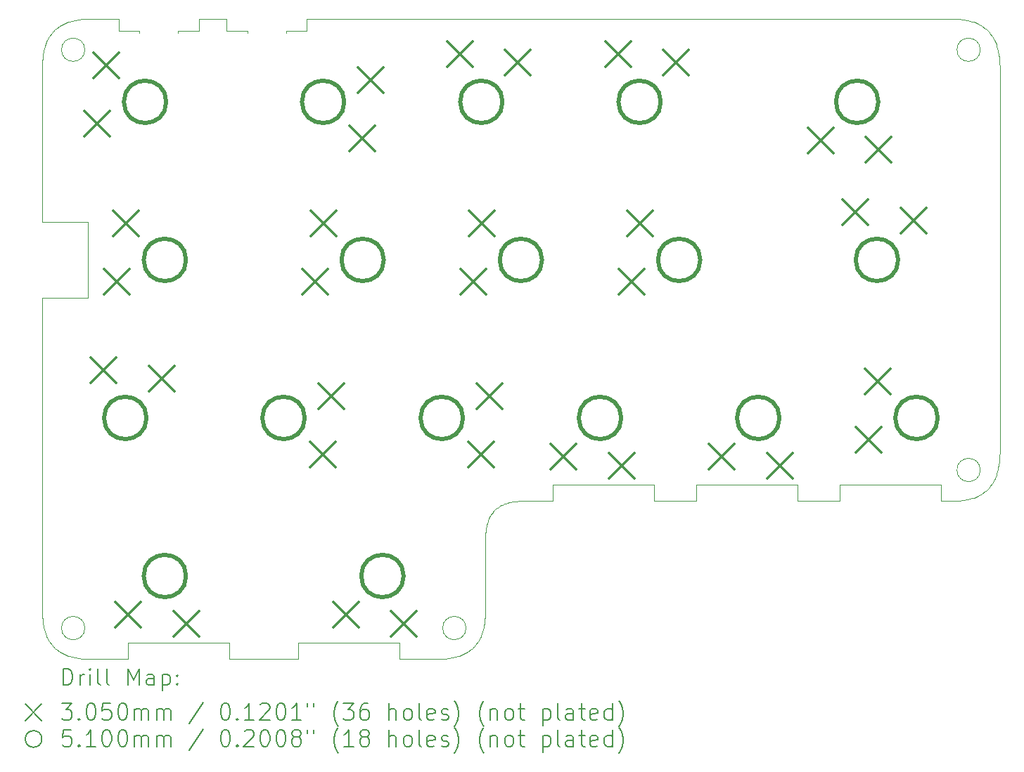
<source format=gbr>
%TF.GenerationSoftware,KiCad,Pcbnew,(6.0.11-0)*%
%TF.CreationDate,2023-02-16T18:47:32+08:00*%
%TF.ProjectId,Right,52696768-742e-46b6-9963-61645f706362,rev?*%
%TF.SameCoordinates,Original*%
%TF.FileFunction,Drillmap*%
%TF.FilePolarity,Positive*%
%FSLAX45Y45*%
G04 Gerber Fmt 4.5, Leading zero omitted, Abs format (unit mm)*
G04 Created by KiCad (PCBNEW (6.0.11-0)) date 2023-02-16 18:47:32*
%MOMM*%
%LPD*%
G01*
G04 APERTURE LIST*
%ADD10C,0.030000*%
%ADD11C,0.038100*%
%ADD12C,0.000100*%
%ADD13C,0.200000*%
%ADD14C,0.305000*%
%ADD15C,0.510000*%
G04 APERTURE END LIST*
D10*
X6139102Y-4587646D02*
X6085803Y-4592401D01*
X10643293Y-12264402D02*
X10678280Y-12250858D01*
X10786302Y-12185741D02*
X10792915Y-12179835D01*
D11*
X6167043Y-7492929D02*
X6167043Y-7950129D01*
D10*
X17058657Y-10186994D02*
X17027628Y-10230664D01*
D11*
X11057066Y-10519429D02*
X11048509Y-10528907D01*
D10*
X6217321Y-12305429D02*
X6139105Y-12303215D01*
D11*
X11102066Y-10479429D02*
X11084543Y-10492873D01*
D10*
X10956066Y-10840429D02*
X10956066Y-11705429D01*
X5655297Y-4907219D02*
X5658344Y-4898203D01*
X5767590Y-12167680D02*
X5761320Y-12161431D01*
X10953852Y-11783645D02*
X10949097Y-11836945D01*
D11*
X11239973Y-10417462D02*
X11224066Y-10421429D01*
D10*
X16997048Y-10262679D02*
X17003317Y-10256431D01*
X6540721Y-4585430D02*
X6217321Y-4585429D01*
X16699653Y-10390931D02*
X16759474Y-10379997D01*
D11*
X8703166Y-12105429D02*
X9923166Y-12105429D01*
D10*
X10497993Y-12297193D02*
X10508403Y-12295931D01*
X6139105Y-12303215D02*
X6085805Y-12298460D01*
X17092745Y-4863216D02*
X17085315Y-4846429D01*
X12983916Y-10400429D02*
X12983916Y-10200429D01*
D11*
X11066066Y-10510429D02*
X11075074Y-10501421D01*
D10*
X5652249Y-4916232D02*
X5655297Y-4907219D01*
X5679321Y-12044430D02*
X5705980Y-12091995D01*
X5626819Y-11857766D02*
X5637753Y-11917588D01*
X17015818Y-10243892D02*
X17009567Y-10250161D01*
X17126884Y-4973272D02*
X17112386Y-4916232D01*
D11*
X6540721Y-4585430D02*
X6540721Y-4735430D01*
D10*
X16977551Y-4705118D02*
X16984164Y-4711023D01*
X10867407Y-12091994D02*
X10836378Y-12135664D01*
X10935637Y-11917586D02*
X10921138Y-11974627D01*
X5637753Y-11917588D02*
X5652250Y-11974628D01*
X16439516Y-10400429D02*
X16547316Y-10400429D01*
X17112386Y-4916232D02*
X17109339Y-4907218D01*
X10946569Y-11857764D02*
X10935637Y-11917586D01*
X5658344Y-4898203D02*
X5671892Y-4863217D01*
X5895107Y-4640000D02*
X5878319Y-4647430D01*
X16886317Y-4647429D02*
X16933880Y-4674088D01*
X5939110Y-12267454D02*
X5930095Y-12264406D01*
X17027628Y-4755194D02*
X17021722Y-4748581D01*
X16759472Y-4605860D02*
X16816513Y-4620359D01*
D11*
X6790721Y-4735430D02*
X6790721Y-4760430D01*
D10*
X16933881Y-10311771D02*
X16977552Y-10280742D01*
X10947831Y-11847355D02*
X10946569Y-11857764D01*
X5755070Y-4735698D02*
X5761319Y-4729429D01*
X5755071Y-12155162D02*
X5761320Y-12161431D01*
D12*
X10721066Y-11930429D02*
G75*
G03*
X10721066Y-11930429I-140000J0D01*
G01*
D10*
X16689241Y-4593665D02*
X16699650Y-4594929D01*
D11*
X15219516Y-10200429D02*
X16439516Y-10200429D01*
D12*
X6132321Y-11930430D02*
G75*
G03*
X6132321Y-11930430I-140000J0D01*
G01*
D10*
X17126887Y-10012586D02*
X17112388Y-10069627D01*
X7870266Y-12305429D02*
X7870266Y-12105429D01*
X5658347Y-11992657D02*
X5671892Y-12027643D01*
X17106292Y-10087656D02*
X17092745Y-10122641D01*
X10625265Y-12270501D02*
X10634278Y-12267452D01*
X5948122Y-4620359D02*
X5939108Y-4623407D01*
D11*
X10984743Y-10643394D02*
X10989528Y-10630541D01*
X10956066Y-10840429D02*
X10956066Y-10828429D01*
D10*
X17139081Y-9942355D02*
X17137819Y-9952764D01*
X16834542Y-4626454D02*
X16869528Y-4640002D01*
D11*
X11005736Y-10593602D02*
X11014066Y-10578429D01*
D10*
X6064986Y-12295932D02*
X6005164Y-12285000D01*
X5655298Y-11983642D02*
X5658347Y-11992657D01*
X16869530Y-10345859D02*
X16886317Y-10338429D01*
D11*
X11084543Y-10492873D02*
X11075066Y-10501429D01*
X11199030Y-10429106D02*
X11224030Y-10421429D01*
D10*
X16699650Y-4594929D02*
X16759472Y-4605860D01*
D11*
X6650266Y-12105429D02*
X7870266Y-12105429D01*
D10*
X17021722Y-4748581D02*
X17015817Y-4741966D01*
D11*
X11384066Y-10400429D02*
X11396066Y-10400429D01*
D10*
X16547317Y-10400431D02*
X16625535Y-10398213D01*
X14711716Y-10400429D02*
X14711716Y-10200429D01*
X10818317Y-12155161D02*
X10812067Y-12161431D01*
X5787086Y-12185741D02*
X5780473Y-12179837D01*
X16816515Y-10365501D02*
X16825528Y-10362452D01*
X6650266Y-12305429D02*
X6217321Y-12305429D01*
D12*
X16912315Y-4960431D02*
G75*
G03*
X16912315Y-4960431I-140000J0D01*
G01*
D10*
X17145099Y-5107212D02*
X17140344Y-5053913D01*
D11*
X14711716Y-10400429D02*
X15219516Y-10400429D01*
X11115607Y-10470062D02*
X11121066Y-10466429D01*
D10*
X9923166Y-12305429D02*
X9923166Y-12105429D01*
X6217320Y-4585429D02*
X6139102Y-4587646D01*
D11*
X10957332Y-10790074D02*
X10958600Y-10774073D01*
X11022066Y-10565429D02*
X11025698Y-10559971D01*
D10*
X5773857Y-4716928D02*
X5767588Y-4723180D01*
X10894066Y-12044430D02*
X10867407Y-12091994D01*
X5767588Y-4723180D02*
X5761319Y-4729429D01*
X16678834Y-10393458D02*
X16689243Y-10392193D01*
D11*
X11384066Y-10400429D02*
X11351066Y-10401429D01*
X11048509Y-10528907D02*
X11035066Y-10546429D01*
D10*
X16678832Y-4592400D02*
X16689241Y-4593665D01*
D11*
X10977066Y-10668394D02*
X10984743Y-10643394D01*
X7254721Y-4735430D02*
X7504721Y-4735430D01*
X11298492Y-10406355D02*
X11283275Y-10408479D01*
X10964115Y-10727639D02*
X10961992Y-10742856D01*
X11283275Y-10408479D02*
X11262066Y-10412429D01*
D10*
X5617321Y-5185429D02*
X5617321Y-7035729D01*
X5773859Y-12173932D02*
X5767590Y-12167680D01*
X6650266Y-12305429D02*
X6650266Y-12105429D01*
D11*
X11134066Y-10458429D02*
X11149239Y-10450099D01*
D10*
X10956066Y-11705429D02*
X10953852Y-11783645D01*
D11*
X11000025Y-10605645D02*
X11005736Y-10593602D01*
D10*
X10568225Y-12284997D02*
X10625265Y-12270501D01*
D11*
X11298492Y-10406355D02*
X11329710Y-10402964D01*
D12*
X6132321Y-4960430D02*
G75*
G03*
X6132321Y-4960430I-140000J0D01*
G01*
D10*
X16834543Y-10359402D02*
X16869530Y-10345859D01*
X5626819Y-5033095D02*
X5637751Y-4973273D01*
X6075395Y-12297195D02*
X6064986Y-12295932D01*
X5787085Y-4705117D02*
X5780472Y-4711023D01*
X16625535Y-10398213D02*
X16678834Y-10393458D01*
X16625532Y-4587645D02*
X16678832Y-4592400D01*
D11*
X11763916Y-10400429D02*
X11396066Y-10400429D01*
D10*
X10742631Y-12216771D02*
X10786302Y-12185741D01*
D11*
X7254721Y-4735430D02*
X7254721Y-4760430D01*
D10*
X16439516Y-10400429D02*
X16439516Y-10200429D01*
D11*
X6167043Y-7035729D02*
X6167043Y-7492929D01*
X8554721Y-4735430D02*
X8554721Y-4760430D01*
D10*
X16977552Y-10280742D02*
X16984165Y-10274835D01*
X10695067Y-12243429D02*
X10742631Y-12216771D01*
X17140347Y-9931945D02*
X17139081Y-9942355D01*
X17139080Y-5043503D02*
X17137817Y-5033094D01*
X15219516Y-10400429D02*
X15219516Y-10200429D01*
X17092745Y-10122641D02*
X17085316Y-10139430D01*
X10434285Y-12303213D02*
X10487584Y-12298458D01*
X17147316Y-5185429D02*
X17145099Y-5107212D01*
X5705979Y-4798865D02*
X5737009Y-4755194D01*
D11*
X8804721Y-4585430D02*
X8804721Y-4735430D01*
D10*
X5742915Y-12142278D02*
X5748820Y-12148893D01*
X6005164Y-12285000D02*
X5948123Y-12270501D01*
X17021724Y-10237277D02*
X17015818Y-10243892D01*
X5939108Y-4623407D02*
X5930094Y-4626456D01*
X5679320Y-4846429D02*
X5705979Y-4798865D01*
X5830755Y-4674088D02*
X5787085Y-4705117D01*
X10356066Y-12305429D02*
X9923166Y-12305429D01*
D11*
X10989528Y-10630541D02*
X11000025Y-10605645D01*
D10*
X6064984Y-4594928D02*
X6005163Y-4605862D01*
X13491716Y-10400429D02*
X13491716Y-10200429D01*
X17112388Y-10069627D02*
X17109340Y-10078640D01*
X17109340Y-10078640D02*
X17106292Y-10087656D01*
X16547316Y-4585430D02*
X16625532Y-4587645D01*
D11*
X6167043Y-7950129D02*
X5617321Y-7950129D01*
D10*
X16984165Y-10274835D02*
X16990780Y-10268930D01*
X10830474Y-12142277D02*
X10824568Y-12148892D01*
X5671892Y-12027643D02*
X5679321Y-12044430D01*
X10836378Y-12135664D02*
X10830474Y-12142277D01*
X5619537Y-11783648D02*
X5624292Y-11836947D01*
X6005163Y-4605862D02*
X5948122Y-4620359D01*
X5948123Y-12270501D02*
X5939110Y-12267454D01*
D11*
X10968066Y-10706429D02*
X10973099Y-10684336D01*
D10*
X17137819Y-9952764D02*
X17126887Y-10012586D01*
X5930095Y-12264406D02*
X5895109Y-12250858D01*
D11*
X6540721Y-4735430D02*
X6790721Y-4735430D01*
D10*
X5671892Y-4863217D02*
X5679320Y-4846429D01*
D11*
X8554721Y-4735430D02*
X8804721Y-4735430D01*
D10*
X5737009Y-12135666D02*
X5742915Y-12142278D01*
X7504721Y-4585430D02*
X7840721Y-4585430D01*
X10792915Y-12179835D02*
X10799530Y-12173930D01*
X10678280Y-12250858D02*
X10695067Y-12243429D01*
X5748820Y-12148893D02*
X5755071Y-12155162D01*
D11*
X11057058Y-10519438D02*
X11066066Y-10510429D01*
X11134066Y-10458429D02*
X11121066Y-10466429D01*
X12983916Y-10400429D02*
X13491716Y-10400429D01*
D10*
X16997047Y-4723179D02*
X17003316Y-4729429D01*
X5895109Y-12250858D02*
X5878320Y-12243430D01*
X17109339Y-4907218D02*
X17106290Y-4898204D01*
X10634278Y-12267452D02*
X10643293Y-12264402D01*
X5878320Y-12243430D02*
X5830756Y-12216771D01*
X17147316Y-9800429D02*
X17145102Y-9878645D01*
X5619535Y-5107214D02*
X5624291Y-5053913D01*
D11*
X11149239Y-10450099D02*
X11161282Y-10444388D01*
X7840721Y-4585430D02*
X7840721Y-4735430D01*
X11022066Y-10565429D02*
X11014066Y-10578429D01*
X11239973Y-10417462D02*
X11262066Y-10412429D01*
D10*
X16816513Y-4620359D02*
X16825526Y-4623407D01*
X6075394Y-4593665D02*
X6064984Y-4594928D01*
X5625555Y-5043504D02*
X5626819Y-5033095D01*
X5930094Y-4626456D02*
X5895107Y-4640000D01*
X5748819Y-4741968D02*
X5755070Y-4735698D01*
X17140344Y-5053913D02*
X17139080Y-5043503D01*
X5737009Y-4755194D02*
X5742913Y-4748581D01*
X5780473Y-12179837D02*
X5773859Y-12173932D01*
X16689243Y-10392193D02*
X16699653Y-10390931D01*
D11*
X10958600Y-10774073D02*
X10961992Y-10742856D01*
X7504721Y-4585430D02*
X7504721Y-4735430D01*
D10*
X17027628Y-10230664D02*
X17021724Y-10237277D01*
X16990780Y-10268930D02*
X16997048Y-10262679D01*
X17106290Y-4898204D02*
X17092745Y-4863216D01*
D11*
X6167043Y-7035729D02*
X5617321Y-7035729D01*
D10*
X17147316Y-9800429D02*
X17147316Y-5185429D01*
X5780472Y-4711023D02*
X5773857Y-4716928D01*
X17009567Y-10250161D02*
X17003317Y-10256431D01*
X16933880Y-4674088D02*
X16977551Y-4705118D01*
X10487584Y-12298458D02*
X10497993Y-12297193D01*
X5830756Y-12216771D02*
X5787086Y-12185741D01*
X16759474Y-10379997D02*
X16816515Y-10365501D01*
D11*
X10968066Y-10706429D02*
X10964115Y-10727639D01*
D10*
X5625557Y-11847356D02*
X5626819Y-11857766D01*
D12*
X16912316Y-10025429D02*
G75*
G03*
X16912316Y-10025429I-140000J0D01*
G01*
D10*
X5617321Y-5185429D02*
X5619535Y-5107214D01*
X5624292Y-11836947D02*
X5625557Y-11847356D01*
X10508403Y-12295931D02*
X10568225Y-12284997D01*
X10799530Y-12173930D02*
X10805798Y-12167679D01*
X17009565Y-4735698D02*
X17003316Y-4729429D01*
X16825528Y-10362452D02*
X16834543Y-10359402D01*
X10824568Y-12148892D02*
X10818317Y-12155161D01*
X5878319Y-4647430D02*
X5830755Y-4674088D01*
D11*
X10957066Y-10795429D02*
X10956066Y-10828429D01*
D10*
X10918090Y-11983640D02*
X10915042Y-11992655D01*
D11*
X13491716Y-10200429D02*
X14711716Y-10200429D01*
D10*
X8703166Y-12305429D02*
X8703166Y-12105429D01*
D11*
X11186177Y-10433892D02*
X11199030Y-10429106D01*
D10*
X17145102Y-9878645D02*
X17140347Y-9931945D01*
X5652250Y-11974628D02*
X5655298Y-11983642D01*
X17058658Y-4798864D02*
X17027628Y-4755194D01*
X17085315Y-4846429D02*
X17058658Y-4798864D01*
X17015817Y-4741966D02*
X17009565Y-4735698D01*
X16869528Y-4640002D02*
X16886317Y-4647429D01*
X17137817Y-5033094D02*
X17126884Y-4973272D01*
X8804721Y-4585430D02*
X16547316Y-4585429D01*
D11*
X7840721Y-4735430D02*
X8090721Y-4735430D01*
D10*
X5742913Y-4748581D02*
X5748819Y-4741968D01*
X16984164Y-4711023D02*
X16990777Y-4716929D01*
D11*
X11763916Y-10200429D02*
X12983916Y-10200429D01*
D10*
X16825526Y-4623407D02*
X16834542Y-4626454D01*
X5617321Y-11705429D02*
X5617321Y-7950129D01*
D11*
X11329710Y-10402964D02*
X11345710Y-10401696D01*
D10*
X6085805Y-12298460D02*
X6075395Y-12297195D01*
X16886317Y-10338429D02*
X16933881Y-10311771D01*
X17085316Y-10139430D02*
X17058657Y-10186994D01*
X5637751Y-4973273D02*
X5652249Y-4916232D01*
D11*
X10977066Y-10668429D02*
X10973099Y-10684336D01*
D10*
X10949097Y-11836945D02*
X10947831Y-11847355D01*
X10901495Y-12027641D02*
X10894066Y-12044430D01*
X5705980Y-12091995D02*
X5737009Y-12135666D01*
D11*
X11102066Y-10479429D02*
X11115607Y-10470062D01*
D10*
X6085803Y-4592401D02*
X6075394Y-4593665D01*
X11763916Y-10400429D02*
X11763916Y-10200429D01*
D11*
X11161282Y-10444388D02*
X11186177Y-10433892D01*
D10*
X5617320Y-11705430D02*
X5619537Y-11783648D01*
X5624291Y-5053913D02*
X5625555Y-5043504D01*
X10805798Y-12167679D02*
X10812067Y-12161431D01*
D11*
X11345710Y-10401696D02*
X11351066Y-10401429D01*
D10*
X10356067Y-12305430D02*
X10434285Y-12303213D01*
D11*
X10957066Y-10795429D02*
X10957332Y-10790074D01*
X7870266Y-12305429D02*
X8703166Y-12305429D01*
X11025698Y-10559971D02*
X11035066Y-10546429D01*
D10*
X10915042Y-11992655D02*
X10901495Y-12027641D01*
X16990777Y-4716929D02*
X16997047Y-4723179D01*
D11*
X8090721Y-4735430D02*
X8090721Y-4760430D01*
D10*
X10921138Y-11974627D02*
X10918090Y-11983640D01*
D13*
D14*
X6130500Y-5695500D02*
X6435500Y-6000500D01*
X6435500Y-5695500D02*
X6130500Y-6000500D01*
X6207375Y-8670501D02*
X6512375Y-8975501D01*
X6512375Y-8670501D02*
X6207375Y-8975501D01*
X6235500Y-4995500D02*
X6540500Y-5300500D01*
X6540500Y-4995500D02*
X6235500Y-5300500D01*
X6368625Y-7600501D02*
X6673625Y-7905501D01*
X6673625Y-7600501D02*
X6368625Y-7905501D01*
X6473625Y-6900501D02*
X6778625Y-7205501D01*
X6778625Y-6900501D02*
X6473625Y-7205501D01*
X6503625Y-11620500D02*
X6808625Y-11925500D01*
X6808625Y-11620500D02*
X6503625Y-11925500D01*
X6907375Y-8775501D02*
X7212375Y-9080501D01*
X7212375Y-8775501D02*
X6907375Y-9080501D01*
X7203625Y-11725500D02*
X7508625Y-12030500D01*
X7508625Y-11725500D02*
X7203625Y-12030500D01*
X8749875Y-7600501D02*
X9054875Y-7905501D01*
X9054875Y-7600501D02*
X8749875Y-7905501D01*
X8842375Y-9685501D02*
X9147375Y-9990501D01*
X9147375Y-9685501D02*
X8842375Y-9990501D01*
X8854875Y-6900501D02*
X9159875Y-7205501D01*
X9159875Y-6900501D02*
X8854875Y-7205501D01*
X8947375Y-8985501D02*
X9252375Y-9290501D01*
X9252375Y-8985501D02*
X8947375Y-9290501D01*
X9123000Y-11620500D02*
X9428000Y-11925500D01*
X9428000Y-11620500D02*
X9123000Y-11925500D01*
X9318625Y-5875501D02*
X9623625Y-6180501D01*
X9623625Y-5875501D02*
X9318625Y-6180501D01*
X9423625Y-5175501D02*
X9728625Y-5480501D01*
X9728625Y-5175501D02*
X9423625Y-5480501D01*
X9823000Y-11725500D02*
X10128000Y-12030500D01*
X10128000Y-11725500D02*
X9823000Y-12030500D01*
X10493625Y-4860501D02*
X10798625Y-5165501D01*
X10798625Y-4860501D02*
X10493625Y-5165501D01*
X10654875Y-7600500D02*
X10959875Y-7905500D01*
X10959875Y-7600500D02*
X10654875Y-7905500D01*
X10747375Y-9685501D02*
X11052375Y-9990501D01*
X11052375Y-9685501D02*
X10747375Y-9990501D01*
X10759875Y-6900500D02*
X11064875Y-7205500D01*
X11064875Y-6900500D02*
X10759875Y-7205500D01*
X10852375Y-8985501D02*
X11157375Y-9290501D01*
X11157375Y-8985501D02*
X10852375Y-9290501D01*
X11193625Y-4965501D02*
X11498625Y-5270501D01*
X11498625Y-4965501D02*
X11193625Y-5270501D01*
X11742375Y-9715501D02*
X12047375Y-10020501D01*
X12047375Y-9715501D02*
X11742375Y-10020501D01*
X12398625Y-4860501D02*
X12703625Y-5165501D01*
X12703625Y-4860501D02*
X12398625Y-5165501D01*
X12442375Y-9820501D02*
X12747375Y-10125501D01*
X12747375Y-9820501D02*
X12442375Y-10125501D01*
X12559875Y-7600501D02*
X12864875Y-7905501D01*
X12864875Y-7600501D02*
X12559875Y-7905501D01*
X12664875Y-6900501D02*
X12969875Y-7205501D01*
X12969875Y-6900501D02*
X12664875Y-7205501D01*
X13098625Y-4965501D02*
X13403625Y-5270501D01*
X13403625Y-4965501D02*
X13098625Y-5270501D01*
X13647375Y-9715501D02*
X13952375Y-10020501D01*
X13952375Y-9715501D02*
X13647375Y-10020501D01*
X14347375Y-9820501D02*
X14652375Y-10125501D01*
X14652375Y-9820501D02*
X14347375Y-10125501D01*
X14838000Y-5905501D02*
X15143000Y-6210501D01*
X15143000Y-5905501D02*
X14838000Y-6210501D01*
X15256125Y-6765500D02*
X15561125Y-7070500D01*
X15561125Y-6765500D02*
X15256125Y-7070500D01*
X15417375Y-9505501D02*
X15722375Y-9810501D01*
X15722375Y-9505501D02*
X15417375Y-9810501D01*
X15522375Y-8805501D02*
X15827375Y-9110501D01*
X15827375Y-8805501D02*
X15522375Y-9110501D01*
X15538000Y-6010501D02*
X15843000Y-6315501D01*
X15843000Y-6010501D02*
X15538000Y-6315501D01*
X15956125Y-6870500D02*
X16261125Y-7175500D01*
X16261125Y-6870500D02*
X15956125Y-7175500D01*
D15*
X6874875Y-9398001D02*
G75*
G03*
X6874875Y-9398001I-255000J0D01*
G01*
X7113000Y-5588000D02*
G75*
G03*
X7113000Y-5588000I-255000J0D01*
G01*
X7351125Y-11303000D02*
G75*
G03*
X7351125Y-11303000I-255000J0D01*
G01*
X7351125Y-7493001D02*
G75*
G03*
X7351125Y-7493001I-255000J0D01*
G01*
X8779875Y-9398001D02*
G75*
G03*
X8779875Y-9398001I-255000J0D01*
G01*
X9256125Y-5588001D02*
G75*
G03*
X9256125Y-5588001I-255000J0D01*
G01*
X9732375Y-7493001D02*
G75*
G03*
X9732375Y-7493001I-255000J0D01*
G01*
X9970500Y-11303000D02*
G75*
G03*
X9970500Y-11303000I-255000J0D01*
G01*
X10684875Y-9398001D02*
G75*
G03*
X10684875Y-9398001I-255000J0D01*
G01*
X11161125Y-5588001D02*
G75*
G03*
X11161125Y-5588001I-255000J0D01*
G01*
X11637375Y-7493000D02*
G75*
G03*
X11637375Y-7493000I-255000J0D01*
G01*
X12589875Y-9398001D02*
G75*
G03*
X12589875Y-9398001I-255000J0D01*
G01*
X13066125Y-5588001D02*
G75*
G03*
X13066125Y-5588001I-255000J0D01*
G01*
X13542375Y-7493001D02*
G75*
G03*
X13542375Y-7493001I-255000J0D01*
G01*
X14494875Y-9398001D02*
G75*
G03*
X14494875Y-9398001I-255000J0D01*
G01*
X15685500Y-5588001D02*
G75*
G03*
X15685500Y-5588001I-255000J0D01*
G01*
X15923625Y-7493000D02*
G75*
G03*
X15923625Y-7493000I-255000J0D01*
G01*
X16399875Y-9398001D02*
G75*
G03*
X16399875Y-9398001I-255000J0D01*
G01*
D13*
X5873035Y-12617810D02*
X5873035Y-12417810D01*
X5920654Y-12417810D01*
X5949225Y-12427334D01*
X5968273Y-12446382D01*
X5977797Y-12465430D01*
X5987321Y-12503525D01*
X5987321Y-12532096D01*
X5977797Y-12570191D01*
X5968273Y-12589239D01*
X5949225Y-12608287D01*
X5920654Y-12617810D01*
X5873035Y-12617810D01*
X6073035Y-12617810D02*
X6073035Y-12484477D01*
X6073035Y-12522572D02*
X6082559Y-12503525D01*
X6092082Y-12494001D01*
X6111130Y-12484477D01*
X6130178Y-12484477D01*
X6196844Y-12617810D02*
X6196844Y-12484477D01*
X6196844Y-12417810D02*
X6187321Y-12427334D01*
X6196844Y-12436858D01*
X6206368Y-12427334D01*
X6196844Y-12417810D01*
X6196844Y-12436858D01*
X6320654Y-12617810D02*
X6301606Y-12608287D01*
X6292082Y-12589239D01*
X6292082Y-12417810D01*
X6425416Y-12617810D02*
X6406368Y-12608287D01*
X6396844Y-12589239D01*
X6396844Y-12417810D01*
X6653987Y-12617810D02*
X6653987Y-12417810D01*
X6720654Y-12560668D01*
X6787321Y-12417810D01*
X6787321Y-12617810D01*
X6968273Y-12617810D02*
X6968273Y-12513049D01*
X6958749Y-12494001D01*
X6939702Y-12484477D01*
X6901606Y-12484477D01*
X6882559Y-12494001D01*
X6968273Y-12608287D02*
X6949225Y-12617810D01*
X6901606Y-12617810D01*
X6882559Y-12608287D01*
X6873035Y-12589239D01*
X6873035Y-12570191D01*
X6882559Y-12551144D01*
X6901606Y-12541620D01*
X6949225Y-12541620D01*
X6968273Y-12532096D01*
X7063511Y-12484477D02*
X7063511Y-12684477D01*
X7063511Y-12494001D02*
X7082559Y-12484477D01*
X7120654Y-12484477D01*
X7139702Y-12494001D01*
X7149225Y-12503525D01*
X7158749Y-12522572D01*
X7158749Y-12579715D01*
X7149225Y-12598763D01*
X7139702Y-12608287D01*
X7120654Y-12617810D01*
X7082559Y-12617810D01*
X7063511Y-12608287D01*
X7244463Y-12598763D02*
X7253987Y-12608287D01*
X7244463Y-12617810D01*
X7234940Y-12608287D01*
X7244463Y-12598763D01*
X7244463Y-12617810D01*
X7244463Y-12494001D02*
X7253987Y-12503525D01*
X7244463Y-12513049D01*
X7234940Y-12503525D01*
X7244463Y-12494001D01*
X7244463Y-12513049D01*
X5415416Y-12847334D02*
X5615416Y-13047334D01*
X5615416Y-12847334D02*
X5415416Y-13047334D01*
X5853987Y-12837810D02*
X5977797Y-12837810D01*
X5911130Y-12914001D01*
X5939702Y-12914001D01*
X5958749Y-12923525D01*
X5968273Y-12933049D01*
X5977797Y-12952096D01*
X5977797Y-12999715D01*
X5968273Y-13018763D01*
X5958749Y-13028287D01*
X5939702Y-13037810D01*
X5882559Y-13037810D01*
X5863511Y-13028287D01*
X5853987Y-13018763D01*
X6063511Y-13018763D02*
X6073035Y-13028287D01*
X6063511Y-13037810D01*
X6053987Y-13028287D01*
X6063511Y-13018763D01*
X6063511Y-13037810D01*
X6196844Y-12837810D02*
X6215892Y-12837810D01*
X6234940Y-12847334D01*
X6244463Y-12856858D01*
X6253987Y-12875906D01*
X6263511Y-12914001D01*
X6263511Y-12961620D01*
X6253987Y-12999715D01*
X6244463Y-13018763D01*
X6234940Y-13028287D01*
X6215892Y-13037810D01*
X6196844Y-13037810D01*
X6177797Y-13028287D01*
X6168273Y-13018763D01*
X6158749Y-12999715D01*
X6149225Y-12961620D01*
X6149225Y-12914001D01*
X6158749Y-12875906D01*
X6168273Y-12856858D01*
X6177797Y-12847334D01*
X6196844Y-12837810D01*
X6444463Y-12837810D02*
X6349225Y-12837810D01*
X6339702Y-12933049D01*
X6349225Y-12923525D01*
X6368273Y-12914001D01*
X6415892Y-12914001D01*
X6434940Y-12923525D01*
X6444463Y-12933049D01*
X6453987Y-12952096D01*
X6453987Y-12999715D01*
X6444463Y-13018763D01*
X6434940Y-13028287D01*
X6415892Y-13037810D01*
X6368273Y-13037810D01*
X6349225Y-13028287D01*
X6339702Y-13018763D01*
X6577797Y-12837810D02*
X6596844Y-12837810D01*
X6615892Y-12847334D01*
X6625416Y-12856858D01*
X6634940Y-12875906D01*
X6644463Y-12914001D01*
X6644463Y-12961620D01*
X6634940Y-12999715D01*
X6625416Y-13018763D01*
X6615892Y-13028287D01*
X6596844Y-13037810D01*
X6577797Y-13037810D01*
X6558749Y-13028287D01*
X6549225Y-13018763D01*
X6539702Y-12999715D01*
X6530178Y-12961620D01*
X6530178Y-12914001D01*
X6539702Y-12875906D01*
X6549225Y-12856858D01*
X6558749Y-12847334D01*
X6577797Y-12837810D01*
X6730178Y-13037810D02*
X6730178Y-12904477D01*
X6730178Y-12923525D02*
X6739702Y-12914001D01*
X6758749Y-12904477D01*
X6787321Y-12904477D01*
X6806368Y-12914001D01*
X6815892Y-12933049D01*
X6815892Y-13037810D01*
X6815892Y-12933049D02*
X6825416Y-12914001D01*
X6844463Y-12904477D01*
X6873035Y-12904477D01*
X6892082Y-12914001D01*
X6901606Y-12933049D01*
X6901606Y-13037810D01*
X6996844Y-13037810D02*
X6996844Y-12904477D01*
X6996844Y-12923525D02*
X7006368Y-12914001D01*
X7025416Y-12904477D01*
X7053987Y-12904477D01*
X7073035Y-12914001D01*
X7082559Y-12933049D01*
X7082559Y-13037810D01*
X7082559Y-12933049D02*
X7092082Y-12914001D01*
X7111130Y-12904477D01*
X7139702Y-12904477D01*
X7158749Y-12914001D01*
X7168273Y-12933049D01*
X7168273Y-13037810D01*
X7558749Y-12828287D02*
X7387321Y-13085430D01*
X7815892Y-12837810D02*
X7834940Y-12837810D01*
X7853987Y-12847334D01*
X7863511Y-12856858D01*
X7873035Y-12875906D01*
X7882559Y-12914001D01*
X7882559Y-12961620D01*
X7873035Y-12999715D01*
X7863511Y-13018763D01*
X7853987Y-13028287D01*
X7834940Y-13037810D01*
X7815892Y-13037810D01*
X7796844Y-13028287D01*
X7787321Y-13018763D01*
X7777797Y-12999715D01*
X7768273Y-12961620D01*
X7768273Y-12914001D01*
X7777797Y-12875906D01*
X7787321Y-12856858D01*
X7796844Y-12847334D01*
X7815892Y-12837810D01*
X7968273Y-13018763D02*
X7977797Y-13028287D01*
X7968273Y-13037810D01*
X7958749Y-13028287D01*
X7968273Y-13018763D01*
X7968273Y-13037810D01*
X8168273Y-13037810D02*
X8053987Y-13037810D01*
X8111130Y-13037810D02*
X8111130Y-12837810D01*
X8092082Y-12866382D01*
X8073035Y-12885430D01*
X8053987Y-12894953D01*
X8244463Y-12856858D02*
X8253987Y-12847334D01*
X8273035Y-12837810D01*
X8320654Y-12837810D01*
X8339702Y-12847334D01*
X8349225Y-12856858D01*
X8358749Y-12875906D01*
X8358749Y-12894953D01*
X8349225Y-12923525D01*
X8234940Y-13037810D01*
X8358749Y-13037810D01*
X8482559Y-12837810D02*
X8501606Y-12837810D01*
X8520654Y-12847334D01*
X8530178Y-12856858D01*
X8539702Y-12875906D01*
X8549225Y-12914001D01*
X8549225Y-12961620D01*
X8539702Y-12999715D01*
X8530178Y-13018763D01*
X8520654Y-13028287D01*
X8501606Y-13037810D01*
X8482559Y-13037810D01*
X8463511Y-13028287D01*
X8453987Y-13018763D01*
X8444464Y-12999715D01*
X8434940Y-12961620D01*
X8434940Y-12914001D01*
X8444464Y-12875906D01*
X8453987Y-12856858D01*
X8463511Y-12847334D01*
X8482559Y-12837810D01*
X8739702Y-13037810D02*
X8625416Y-13037810D01*
X8682559Y-13037810D02*
X8682559Y-12837810D01*
X8663511Y-12866382D01*
X8644464Y-12885430D01*
X8625416Y-12894953D01*
X8815892Y-12837810D02*
X8815892Y-12875906D01*
X8892083Y-12837810D02*
X8892083Y-12875906D01*
X9187321Y-13114001D02*
X9177797Y-13104477D01*
X9158749Y-13075906D01*
X9149225Y-13056858D01*
X9139702Y-13028287D01*
X9130178Y-12980668D01*
X9130178Y-12942572D01*
X9139702Y-12894953D01*
X9149225Y-12866382D01*
X9158749Y-12847334D01*
X9177797Y-12818763D01*
X9187321Y-12809239D01*
X9244464Y-12837810D02*
X9368273Y-12837810D01*
X9301606Y-12914001D01*
X9330178Y-12914001D01*
X9349225Y-12923525D01*
X9358749Y-12933049D01*
X9368273Y-12952096D01*
X9368273Y-12999715D01*
X9358749Y-13018763D01*
X9349225Y-13028287D01*
X9330178Y-13037810D01*
X9273035Y-13037810D01*
X9253987Y-13028287D01*
X9244464Y-13018763D01*
X9539702Y-12837810D02*
X9501606Y-12837810D01*
X9482559Y-12847334D01*
X9473035Y-12856858D01*
X9453987Y-12885430D01*
X9444464Y-12923525D01*
X9444464Y-12999715D01*
X9453987Y-13018763D01*
X9463511Y-13028287D01*
X9482559Y-13037810D01*
X9520654Y-13037810D01*
X9539702Y-13028287D01*
X9549225Y-13018763D01*
X9558749Y-12999715D01*
X9558749Y-12952096D01*
X9549225Y-12933049D01*
X9539702Y-12923525D01*
X9520654Y-12914001D01*
X9482559Y-12914001D01*
X9463511Y-12923525D01*
X9453987Y-12933049D01*
X9444464Y-12952096D01*
X9796844Y-13037810D02*
X9796844Y-12837810D01*
X9882559Y-13037810D02*
X9882559Y-12933049D01*
X9873035Y-12914001D01*
X9853987Y-12904477D01*
X9825416Y-12904477D01*
X9806368Y-12914001D01*
X9796844Y-12923525D01*
X10006368Y-13037810D02*
X9987321Y-13028287D01*
X9977797Y-13018763D01*
X9968273Y-12999715D01*
X9968273Y-12942572D01*
X9977797Y-12923525D01*
X9987321Y-12914001D01*
X10006368Y-12904477D01*
X10034940Y-12904477D01*
X10053987Y-12914001D01*
X10063511Y-12923525D01*
X10073035Y-12942572D01*
X10073035Y-12999715D01*
X10063511Y-13018763D01*
X10053987Y-13028287D01*
X10034940Y-13037810D01*
X10006368Y-13037810D01*
X10187321Y-13037810D02*
X10168273Y-13028287D01*
X10158749Y-13009239D01*
X10158749Y-12837810D01*
X10339702Y-13028287D02*
X10320654Y-13037810D01*
X10282559Y-13037810D01*
X10263511Y-13028287D01*
X10253987Y-13009239D01*
X10253987Y-12933049D01*
X10263511Y-12914001D01*
X10282559Y-12904477D01*
X10320654Y-12904477D01*
X10339702Y-12914001D01*
X10349225Y-12933049D01*
X10349225Y-12952096D01*
X10253987Y-12971144D01*
X10425416Y-13028287D02*
X10444464Y-13037810D01*
X10482559Y-13037810D01*
X10501606Y-13028287D01*
X10511130Y-13009239D01*
X10511130Y-12999715D01*
X10501606Y-12980668D01*
X10482559Y-12971144D01*
X10453987Y-12971144D01*
X10434940Y-12961620D01*
X10425416Y-12942572D01*
X10425416Y-12933049D01*
X10434940Y-12914001D01*
X10453987Y-12904477D01*
X10482559Y-12904477D01*
X10501606Y-12914001D01*
X10577797Y-13114001D02*
X10587321Y-13104477D01*
X10606368Y-13075906D01*
X10615892Y-13056858D01*
X10625416Y-13028287D01*
X10634940Y-12980668D01*
X10634940Y-12942572D01*
X10625416Y-12894953D01*
X10615892Y-12866382D01*
X10606368Y-12847334D01*
X10587321Y-12818763D01*
X10577797Y-12809239D01*
X10939702Y-13114001D02*
X10930178Y-13104477D01*
X10911130Y-13075906D01*
X10901606Y-13056858D01*
X10892083Y-13028287D01*
X10882559Y-12980668D01*
X10882559Y-12942572D01*
X10892083Y-12894953D01*
X10901606Y-12866382D01*
X10911130Y-12847334D01*
X10930178Y-12818763D01*
X10939702Y-12809239D01*
X11015892Y-12904477D02*
X11015892Y-13037810D01*
X11015892Y-12923525D02*
X11025416Y-12914001D01*
X11044464Y-12904477D01*
X11073035Y-12904477D01*
X11092083Y-12914001D01*
X11101606Y-12933049D01*
X11101606Y-13037810D01*
X11225416Y-13037810D02*
X11206368Y-13028287D01*
X11196844Y-13018763D01*
X11187321Y-12999715D01*
X11187321Y-12942572D01*
X11196844Y-12923525D01*
X11206368Y-12914001D01*
X11225416Y-12904477D01*
X11253987Y-12904477D01*
X11273035Y-12914001D01*
X11282559Y-12923525D01*
X11292082Y-12942572D01*
X11292082Y-12999715D01*
X11282559Y-13018763D01*
X11273035Y-13028287D01*
X11253987Y-13037810D01*
X11225416Y-13037810D01*
X11349225Y-12904477D02*
X11425416Y-12904477D01*
X11377797Y-12837810D02*
X11377797Y-13009239D01*
X11387321Y-13028287D01*
X11406368Y-13037810D01*
X11425416Y-13037810D01*
X11644463Y-12904477D02*
X11644463Y-13104477D01*
X11644463Y-12914001D02*
X11663511Y-12904477D01*
X11701606Y-12904477D01*
X11720654Y-12914001D01*
X11730178Y-12923525D01*
X11739702Y-12942572D01*
X11739702Y-12999715D01*
X11730178Y-13018763D01*
X11720654Y-13028287D01*
X11701606Y-13037810D01*
X11663511Y-13037810D01*
X11644463Y-13028287D01*
X11853987Y-13037810D02*
X11834940Y-13028287D01*
X11825416Y-13009239D01*
X11825416Y-12837810D01*
X12015892Y-13037810D02*
X12015892Y-12933049D01*
X12006368Y-12914001D01*
X11987321Y-12904477D01*
X11949225Y-12904477D01*
X11930178Y-12914001D01*
X12015892Y-13028287D02*
X11996844Y-13037810D01*
X11949225Y-13037810D01*
X11930178Y-13028287D01*
X11920654Y-13009239D01*
X11920654Y-12990191D01*
X11930178Y-12971144D01*
X11949225Y-12961620D01*
X11996844Y-12961620D01*
X12015892Y-12952096D01*
X12082559Y-12904477D02*
X12158749Y-12904477D01*
X12111130Y-12837810D02*
X12111130Y-13009239D01*
X12120654Y-13028287D01*
X12139702Y-13037810D01*
X12158749Y-13037810D01*
X12301606Y-13028287D02*
X12282559Y-13037810D01*
X12244463Y-13037810D01*
X12225416Y-13028287D01*
X12215892Y-13009239D01*
X12215892Y-12933049D01*
X12225416Y-12914001D01*
X12244463Y-12904477D01*
X12282559Y-12904477D01*
X12301606Y-12914001D01*
X12311130Y-12933049D01*
X12311130Y-12952096D01*
X12215892Y-12971144D01*
X12482559Y-13037810D02*
X12482559Y-12837810D01*
X12482559Y-13028287D02*
X12463511Y-13037810D01*
X12425416Y-13037810D01*
X12406368Y-13028287D01*
X12396844Y-13018763D01*
X12387321Y-12999715D01*
X12387321Y-12942572D01*
X12396844Y-12923525D01*
X12406368Y-12914001D01*
X12425416Y-12904477D01*
X12463511Y-12904477D01*
X12482559Y-12914001D01*
X12558749Y-13114001D02*
X12568273Y-13104477D01*
X12587321Y-13075906D01*
X12596844Y-13056858D01*
X12606368Y-13028287D01*
X12615892Y-12980668D01*
X12615892Y-12942572D01*
X12606368Y-12894953D01*
X12596844Y-12866382D01*
X12587321Y-12847334D01*
X12568273Y-12818763D01*
X12558749Y-12809239D01*
X5615416Y-13267334D02*
G75*
G03*
X5615416Y-13267334I-100000J0D01*
G01*
X5968273Y-13157810D02*
X5873035Y-13157810D01*
X5863511Y-13253049D01*
X5873035Y-13243525D01*
X5892082Y-13234001D01*
X5939702Y-13234001D01*
X5958749Y-13243525D01*
X5968273Y-13253049D01*
X5977797Y-13272096D01*
X5977797Y-13319715D01*
X5968273Y-13338763D01*
X5958749Y-13348287D01*
X5939702Y-13357810D01*
X5892082Y-13357810D01*
X5873035Y-13348287D01*
X5863511Y-13338763D01*
X6063511Y-13338763D02*
X6073035Y-13348287D01*
X6063511Y-13357810D01*
X6053987Y-13348287D01*
X6063511Y-13338763D01*
X6063511Y-13357810D01*
X6263511Y-13357810D02*
X6149225Y-13357810D01*
X6206368Y-13357810D02*
X6206368Y-13157810D01*
X6187321Y-13186382D01*
X6168273Y-13205430D01*
X6149225Y-13214953D01*
X6387321Y-13157810D02*
X6406368Y-13157810D01*
X6425416Y-13167334D01*
X6434940Y-13176858D01*
X6444463Y-13195906D01*
X6453987Y-13234001D01*
X6453987Y-13281620D01*
X6444463Y-13319715D01*
X6434940Y-13338763D01*
X6425416Y-13348287D01*
X6406368Y-13357810D01*
X6387321Y-13357810D01*
X6368273Y-13348287D01*
X6358749Y-13338763D01*
X6349225Y-13319715D01*
X6339702Y-13281620D01*
X6339702Y-13234001D01*
X6349225Y-13195906D01*
X6358749Y-13176858D01*
X6368273Y-13167334D01*
X6387321Y-13157810D01*
X6577797Y-13157810D02*
X6596844Y-13157810D01*
X6615892Y-13167334D01*
X6625416Y-13176858D01*
X6634940Y-13195906D01*
X6644463Y-13234001D01*
X6644463Y-13281620D01*
X6634940Y-13319715D01*
X6625416Y-13338763D01*
X6615892Y-13348287D01*
X6596844Y-13357810D01*
X6577797Y-13357810D01*
X6558749Y-13348287D01*
X6549225Y-13338763D01*
X6539702Y-13319715D01*
X6530178Y-13281620D01*
X6530178Y-13234001D01*
X6539702Y-13195906D01*
X6549225Y-13176858D01*
X6558749Y-13167334D01*
X6577797Y-13157810D01*
X6730178Y-13357810D02*
X6730178Y-13224477D01*
X6730178Y-13243525D02*
X6739702Y-13234001D01*
X6758749Y-13224477D01*
X6787321Y-13224477D01*
X6806368Y-13234001D01*
X6815892Y-13253049D01*
X6815892Y-13357810D01*
X6815892Y-13253049D02*
X6825416Y-13234001D01*
X6844463Y-13224477D01*
X6873035Y-13224477D01*
X6892082Y-13234001D01*
X6901606Y-13253049D01*
X6901606Y-13357810D01*
X6996844Y-13357810D02*
X6996844Y-13224477D01*
X6996844Y-13243525D02*
X7006368Y-13234001D01*
X7025416Y-13224477D01*
X7053987Y-13224477D01*
X7073035Y-13234001D01*
X7082559Y-13253049D01*
X7082559Y-13357810D01*
X7082559Y-13253049D02*
X7092082Y-13234001D01*
X7111130Y-13224477D01*
X7139702Y-13224477D01*
X7158749Y-13234001D01*
X7168273Y-13253049D01*
X7168273Y-13357810D01*
X7558749Y-13148287D02*
X7387321Y-13405430D01*
X7815892Y-13157810D02*
X7834940Y-13157810D01*
X7853987Y-13167334D01*
X7863511Y-13176858D01*
X7873035Y-13195906D01*
X7882559Y-13234001D01*
X7882559Y-13281620D01*
X7873035Y-13319715D01*
X7863511Y-13338763D01*
X7853987Y-13348287D01*
X7834940Y-13357810D01*
X7815892Y-13357810D01*
X7796844Y-13348287D01*
X7787321Y-13338763D01*
X7777797Y-13319715D01*
X7768273Y-13281620D01*
X7768273Y-13234001D01*
X7777797Y-13195906D01*
X7787321Y-13176858D01*
X7796844Y-13167334D01*
X7815892Y-13157810D01*
X7968273Y-13338763D02*
X7977797Y-13348287D01*
X7968273Y-13357810D01*
X7958749Y-13348287D01*
X7968273Y-13338763D01*
X7968273Y-13357810D01*
X8053987Y-13176858D02*
X8063511Y-13167334D01*
X8082559Y-13157810D01*
X8130178Y-13157810D01*
X8149225Y-13167334D01*
X8158749Y-13176858D01*
X8168273Y-13195906D01*
X8168273Y-13214953D01*
X8158749Y-13243525D01*
X8044463Y-13357810D01*
X8168273Y-13357810D01*
X8292082Y-13157810D02*
X8311130Y-13157810D01*
X8330178Y-13167334D01*
X8339702Y-13176858D01*
X8349225Y-13195906D01*
X8358749Y-13234001D01*
X8358749Y-13281620D01*
X8349225Y-13319715D01*
X8339702Y-13338763D01*
X8330178Y-13348287D01*
X8311130Y-13357810D01*
X8292082Y-13357810D01*
X8273035Y-13348287D01*
X8263511Y-13338763D01*
X8253987Y-13319715D01*
X8244463Y-13281620D01*
X8244463Y-13234001D01*
X8253987Y-13195906D01*
X8263511Y-13176858D01*
X8273035Y-13167334D01*
X8292082Y-13157810D01*
X8482559Y-13157810D02*
X8501606Y-13157810D01*
X8520654Y-13167334D01*
X8530178Y-13176858D01*
X8539702Y-13195906D01*
X8549225Y-13234001D01*
X8549225Y-13281620D01*
X8539702Y-13319715D01*
X8530178Y-13338763D01*
X8520654Y-13348287D01*
X8501606Y-13357810D01*
X8482559Y-13357810D01*
X8463511Y-13348287D01*
X8453987Y-13338763D01*
X8444464Y-13319715D01*
X8434940Y-13281620D01*
X8434940Y-13234001D01*
X8444464Y-13195906D01*
X8453987Y-13176858D01*
X8463511Y-13167334D01*
X8482559Y-13157810D01*
X8663511Y-13243525D02*
X8644464Y-13234001D01*
X8634940Y-13224477D01*
X8625416Y-13205430D01*
X8625416Y-13195906D01*
X8634940Y-13176858D01*
X8644464Y-13167334D01*
X8663511Y-13157810D01*
X8701606Y-13157810D01*
X8720654Y-13167334D01*
X8730178Y-13176858D01*
X8739702Y-13195906D01*
X8739702Y-13205430D01*
X8730178Y-13224477D01*
X8720654Y-13234001D01*
X8701606Y-13243525D01*
X8663511Y-13243525D01*
X8644464Y-13253049D01*
X8634940Y-13262572D01*
X8625416Y-13281620D01*
X8625416Y-13319715D01*
X8634940Y-13338763D01*
X8644464Y-13348287D01*
X8663511Y-13357810D01*
X8701606Y-13357810D01*
X8720654Y-13348287D01*
X8730178Y-13338763D01*
X8739702Y-13319715D01*
X8739702Y-13281620D01*
X8730178Y-13262572D01*
X8720654Y-13253049D01*
X8701606Y-13243525D01*
X8815892Y-13157810D02*
X8815892Y-13195906D01*
X8892083Y-13157810D02*
X8892083Y-13195906D01*
X9187321Y-13434001D02*
X9177797Y-13424477D01*
X9158749Y-13395906D01*
X9149225Y-13376858D01*
X9139702Y-13348287D01*
X9130178Y-13300668D01*
X9130178Y-13262572D01*
X9139702Y-13214953D01*
X9149225Y-13186382D01*
X9158749Y-13167334D01*
X9177797Y-13138763D01*
X9187321Y-13129239D01*
X9368273Y-13357810D02*
X9253987Y-13357810D01*
X9311130Y-13357810D02*
X9311130Y-13157810D01*
X9292083Y-13186382D01*
X9273035Y-13205430D01*
X9253987Y-13214953D01*
X9482559Y-13243525D02*
X9463511Y-13234001D01*
X9453987Y-13224477D01*
X9444464Y-13205430D01*
X9444464Y-13195906D01*
X9453987Y-13176858D01*
X9463511Y-13167334D01*
X9482559Y-13157810D01*
X9520654Y-13157810D01*
X9539702Y-13167334D01*
X9549225Y-13176858D01*
X9558749Y-13195906D01*
X9558749Y-13205430D01*
X9549225Y-13224477D01*
X9539702Y-13234001D01*
X9520654Y-13243525D01*
X9482559Y-13243525D01*
X9463511Y-13253049D01*
X9453987Y-13262572D01*
X9444464Y-13281620D01*
X9444464Y-13319715D01*
X9453987Y-13338763D01*
X9463511Y-13348287D01*
X9482559Y-13357810D01*
X9520654Y-13357810D01*
X9539702Y-13348287D01*
X9549225Y-13338763D01*
X9558749Y-13319715D01*
X9558749Y-13281620D01*
X9549225Y-13262572D01*
X9539702Y-13253049D01*
X9520654Y-13243525D01*
X9796844Y-13357810D02*
X9796844Y-13157810D01*
X9882559Y-13357810D02*
X9882559Y-13253049D01*
X9873035Y-13234001D01*
X9853987Y-13224477D01*
X9825416Y-13224477D01*
X9806368Y-13234001D01*
X9796844Y-13243525D01*
X10006368Y-13357810D02*
X9987321Y-13348287D01*
X9977797Y-13338763D01*
X9968273Y-13319715D01*
X9968273Y-13262572D01*
X9977797Y-13243525D01*
X9987321Y-13234001D01*
X10006368Y-13224477D01*
X10034940Y-13224477D01*
X10053987Y-13234001D01*
X10063511Y-13243525D01*
X10073035Y-13262572D01*
X10073035Y-13319715D01*
X10063511Y-13338763D01*
X10053987Y-13348287D01*
X10034940Y-13357810D01*
X10006368Y-13357810D01*
X10187321Y-13357810D02*
X10168273Y-13348287D01*
X10158749Y-13329239D01*
X10158749Y-13157810D01*
X10339702Y-13348287D02*
X10320654Y-13357810D01*
X10282559Y-13357810D01*
X10263511Y-13348287D01*
X10253987Y-13329239D01*
X10253987Y-13253049D01*
X10263511Y-13234001D01*
X10282559Y-13224477D01*
X10320654Y-13224477D01*
X10339702Y-13234001D01*
X10349225Y-13253049D01*
X10349225Y-13272096D01*
X10253987Y-13291144D01*
X10425416Y-13348287D02*
X10444464Y-13357810D01*
X10482559Y-13357810D01*
X10501606Y-13348287D01*
X10511130Y-13329239D01*
X10511130Y-13319715D01*
X10501606Y-13300668D01*
X10482559Y-13291144D01*
X10453987Y-13291144D01*
X10434940Y-13281620D01*
X10425416Y-13262572D01*
X10425416Y-13253049D01*
X10434940Y-13234001D01*
X10453987Y-13224477D01*
X10482559Y-13224477D01*
X10501606Y-13234001D01*
X10577797Y-13434001D02*
X10587321Y-13424477D01*
X10606368Y-13395906D01*
X10615892Y-13376858D01*
X10625416Y-13348287D01*
X10634940Y-13300668D01*
X10634940Y-13262572D01*
X10625416Y-13214953D01*
X10615892Y-13186382D01*
X10606368Y-13167334D01*
X10587321Y-13138763D01*
X10577797Y-13129239D01*
X10939702Y-13434001D02*
X10930178Y-13424477D01*
X10911130Y-13395906D01*
X10901606Y-13376858D01*
X10892083Y-13348287D01*
X10882559Y-13300668D01*
X10882559Y-13262572D01*
X10892083Y-13214953D01*
X10901606Y-13186382D01*
X10911130Y-13167334D01*
X10930178Y-13138763D01*
X10939702Y-13129239D01*
X11015892Y-13224477D02*
X11015892Y-13357810D01*
X11015892Y-13243525D02*
X11025416Y-13234001D01*
X11044464Y-13224477D01*
X11073035Y-13224477D01*
X11092083Y-13234001D01*
X11101606Y-13253049D01*
X11101606Y-13357810D01*
X11225416Y-13357810D02*
X11206368Y-13348287D01*
X11196844Y-13338763D01*
X11187321Y-13319715D01*
X11187321Y-13262572D01*
X11196844Y-13243525D01*
X11206368Y-13234001D01*
X11225416Y-13224477D01*
X11253987Y-13224477D01*
X11273035Y-13234001D01*
X11282559Y-13243525D01*
X11292082Y-13262572D01*
X11292082Y-13319715D01*
X11282559Y-13338763D01*
X11273035Y-13348287D01*
X11253987Y-13357810D01*
X11225416Y-13357810D01*
X11349225Y-13224477D02*
X11425416Y-13224477D01*
X11377797Y-13157810D02*
X11377797Y-13329239D01*
X11387321Y-13348287D01*
X11406368Y-13357810D01*
X11425416Y-13357810D01*
X11644463Y-13224477D02*
X11644463Y-13424477D01*
X11644463Y-13234001D02*
X11663511Y-13224477D01*
X11701606Y-13224477D01*
X11720654Y-13234001D01*
X11730178Y-13243525D01*
X11739702Y-13262572D01*
X11739702Y-13319715D01*
X11730178Y-13338763D01*
X11720654Y-13348287D01*
X11701606Y-13357810D01*
X11663511Y-13357810D01*
X11644463Y-13348287D01*
X11853987Y-13357810D02*
X11834940Y-13348287D01*
X11825416Y-13329239D01*
X11825416Y-13157810D01*
X12015892Y-13357810D02*
X12015892Y-13253049D01*
X12006368Y-13234001D01*
X11987321Y-13224477D01*
X11949225Y-13224477D01*
X11930178Y-13234001D01*
X12015892Y-13348287D02*
X11996844Y-13357810D01*
X11949225Y-13357810D01*
X11930178Y-13348287D01*
X11920654Y-13329239D01*
X11920654Y-13310191D01*
X11930178Y-13291144D01*
X11949225Y-13281620D01*
X11996844Y-13281620D01*
X12015892Y-13272096D01*
X12082559Y-13224477D02*
X12158749Y-13224477D01*
X12111130Y-13157810D02*
X12111130Y-13329239D01*
X12120654Y-13348287D01*
X12139702Y-13357810D01*
X12158749Y-13357810D01*
X12301606Y-13348287D02*
X12282559Y-13357810D01*
X12244463Y-13357810D01*
X12225416Y-13348287D01*
X12215892Y-13329239D01*
X12215892Y-13253049D01*
X12225416Y-13234001D01*
X12244463Y-13224477D01*
X12282559Y-13224477D01*
X12301606Y-13234001D01*
X12311130Y-13253049D01*
X12311130Y-13272096D01*
X12215892Y-13291144D01*
X12482559Y-13357810D02*
X12482559Y-13157810D01*
X12482559Y-13348287D02*
X12463511Y-13357810D01*
X12425416Y-13357810D01*
X12406368Y-13348287D01*
X12396844Y-13338763D01*
X12387321Y-13319715D01*
X12387321Y-13262572D01*
X12396844Y-13243525D01*
X12406368Y-13234001D01*
X12425416Y-13224477D01*
X12463511Y-13224477D01*
X12482559Y-13234001D01*
X12558749Y-13434001D02*
X12568273Y-13424477D01*
X12587321Y-13395906D01*
X12596844Y-13376858D01*
X12606368Y-13348287D01*
X12615892Y-13300668D01*
X12615892Y-13262572D01*
X12606368Y-13214953D01*
X12596844Y-13186382D01*
X12587321Y-13167334D01*
X12568273Y-13138763D01*
X12558749Y-13129239D01*
M02*

</source>
